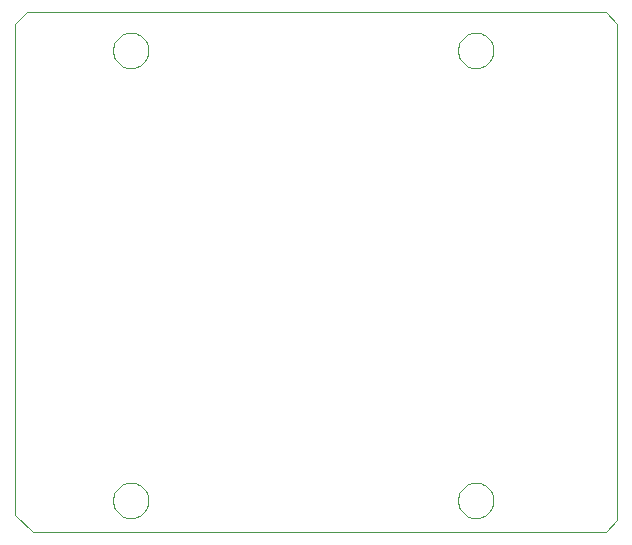
<source format=gm1>
G75*
G70*
%OFA0B0*%
%FSLAX24Y24*%
%IPPOS*%
%LPD*%
%AMOC8*
5,1,8,0,0,1.08239X$1,22.5*
%
%ADD10C,0.0000*%
D10*
X000894Y001250D02*
X001484Y000697D01*
X020579Y000697D01*
X020972Y001091D01*
X020972Y017626D01*
X020579Y018020D01*
X001287Y018020D01*
X000894Y017626D01*
X000894Y001250D01*
X004159Y001750D02*
X004161Y001798D01*
X004167Y001846D01*
X004177Y001893D01*
X004190Y001939D01*
X004208Y001984D01*
X004228Y002028D01*
X004253Y002070D01*
X004281Y002109D01*
X004311Y002146D01*
X004345Y002180D01*
X004382Y002212D01*
X004420Y002241D01*
X004461Y002266D01*
X004504Y002288D01*
X004549Y002306D01*
X004595Y002320D01*
X004642Y002331D01*
X004690Y002338D01*
X004738Y002341D01*
X004786Y002340D01*
X004834Y002335D01*
X004882Y002326D01*
X004928Y002314D01*
X004973Y002297D01*
X005017Y002277D01*
X005059Y002254D01*
X005099Y002227D01*
X005137Y002197D01*
X005172Y002164D01*
X005204Y002128D01*
X005234Y002090D01*
X005260Y002049D01*
X005282Y002006D01*
X005302Y001962D01*
X005317Y001917D01*
X005329Y001870D01*
X005337Y001822D01*
X005341Y001774D01*
X005341Y001726D01*
X005337Y001678D01*
X005329Y001630D01*
X005317Y001583D01*
X005302Y001538D01*
X005282Y001494D01*
X005260Y001451D01*
X005234Y001410D01*
X005204Y001372D01*
X005172Y001336D01*
X005137Y001303D01*
X005099Y001273D01*
X005059Y001246D01*
X005017Y001223D01*
X004973Y001203D01*
X004928Y001186D01*
X004882Y001174D01*
X004834Y001165D01*
X004786Y001160D01*
X004738Y001159D01*
X004690Y001162D01*
X004642Y001169D01*
X004595Y001180D01*
X004549Y001194D01*
X004504Y001212D01*
X004461Y001234D01*
X004420Y001259D01*
X004382Y001288D01*
X004345Y001320D01*
X004311Y001354D01*
X004281Y001391D01*
X004253Y001430D01*
X004228Y001472D01*
X004208Y001516D01*
X004190Y001561D01*
X004177Y001607D01*
X004167Y001654D01*
X004161Y001702D01*
X004159Y001750D01*
X015659Y001750D02*
X015661Y001798D01*
X015667Y001846D01*
X015677Y001893D01*
X015690Y001939D01*
X015708Y001984D01*
X015728Y002028D01*
X015753Y002070D01*
X015781Y002109D01*
X015811Y002146D01*
X015845Y002180D01*
X015882Y002212D01*
X015920Y002241D01*
X015961Y002266D01*
X016004Y002288D01*
X016049Y002306D01*
X016095Y002320D01*
X016142Y002331D01*
X016190Y002338D01*
X016238Y002341D01*
X016286Y002340D01*
X016334Y002335D01*
X016382Y002326D01*
X016428Y002314D01*
X016473Y002297D01*
X016517Y002277D01*
X016559Y002254D01*
X016599Y002227D01*
X016637Y002197D01*
X016672Y002164D01*
X016704Y002128D01*
X016734Y002090D01*
X016760Y002049D01*
X016782Y002006D01*
X016802Y001962D01*
X016817Y001917D01*
X016829Y001870D01*
X016837Y001822D01*
X016841Y001774D01*
X016841Y001726D01*
X016837Y001678D01*
X016829Y001630D01*
X016817Y001583D01*
X016802Y001538D01*
X016782Y001494D01*
X016760Y001451D01*
X016734Y001410D01*
X016704Y001372D01*
X016672Y001336D01*
X016637Y001303D01*
X016599Y001273D01*
X016559Y001246D01*
X016517Y001223D01*
X016473Y001203D01*
X016428Y001186D01*
X016382Y001174D01*
X016334Y001165D01*
X016286Y001160D01*
X016238Y001159D01*
X016190Y001162D01*
X016142Y001169D01*
X016095Y001180D01*
X016049Y001194D01*
X016004Y001212D01*
X015961Y001234D01*
X015920Y001259D01*
X015882Y001288D01*
X015845Y001320D01*
X015811Y001354D01*
X015781Y001391D01*
X015753Y001430D01*
X015728Y001472D01*
X015708Y001516D01*
X015690Y001561D01*
X015677Y001607D01*
X015667Y001654D01*
X015661Y001702D01*
X015659Y001750D01*
X015659Y016750D02*
X015661Y016798D01*
X015667Y016846D01*
X015677Y016893D01*
X015690Y016939D01*
X015708Y016984D01*
X015728Y017028D01*
X015753Y017070D01*
X015781Y017109D01*
X015811Y017146D01*
X015845Y017180D01*
X015882Y017212D01*
X015920Y017241D01*
X015961Y017266D01*
X016004Y017288D01*
X016049Y017306D01*
X016095Y017320D01*
X016142Y017331D01*
X016190Y017338D01*
X016238Y017341D01*
X016286Y017340D01*
X016334Y017335D01*
X016382Y017326D01*
X016428Y017314D01*
X016473Y017297D01*
X016517Y017277D01*
X016559Y017254D01*
X016599Y017227D01*
X016637Y017197D01*
X016672Y017164D01*
X016704Y017128D01*
X016734Y017090D01*
X016760Y017049D01*
X016782Y017006D01*
X016802Y016962D01*
X016817Y016917D01*
X016829Y016870D01*
X016837Y016822D01*
X016841Y016774D01*
X016841Y016726D01*
X016837Y016678D01*
X016829Y016630D01*
X016817Y016583D01*
X016802Y016538D01*
X016782Y016494D01*
X016760Y016451D01*
X016734Y016410D01*
X016704Y016372D01*
X016672Y016336D01*
X016637Y016303D01*
X016599Y016273D01*
X016559Y016246D01*
X016517Y016223D01*
X016473Y016203D01*
X016428Y016186D01*
X016382Y016174D01*
X016334Y016165D01*
X016286Y016160D01*
X016238Y016159D01*
X016190Y016162D01*
X016142Y016169D01*
X016095Y016180D01*
X016049Y016194D01*
X016004Y016212D01*
X015961Y016234D01*
X015920Y016259D01*
X015882Y016288D01*
X015845Y016320D01*
X015811Y016354D01*
X015781Y016391D01*
X015753Y016430D01*
X015728Y016472D01*
X015708Y016516D01*
X015690Y016561D01*
X015677Y016607D01*
X015667Y016654D01*
X015661Y016702D01*
X015659Y016750D01*
X004159Y016750D02*
X004161Y016798D01*
X004167Y016846D01*
X004177Y016893D01*
X004190Y016939D01*
X004208Y016984D01*
X004228Y017028D01*
X004253Y017070D01*
X004281Y017109D01*
X004311Y017146D01*
X004345Y017180D01*
X004382Y017212D01*
X004420Y017241D01*
X004461Y017266D01*
X004504Y017288D01*
X004549Y017306D01*
X004595Y017320D01*
X004642Y017331D01*
X004690Y017338D01*
X004738Y017341D01*
X004786Y017340D01*
X004834Y017335D01*
X004882Y017326D01*
X004928Y017314D01*
X004973Y017297D01*
X005017Y017277D01*
X005059Y017254D01*
X005099Y017227D01*
X005137Y017197D01*
X005172Y017164D01*
X005204Y017128D01*
X005234Y017090D01*
X005260Y017049D01*
X005282Y017006D01*
X005302Y016962D01*
X005317Y016917D01*
X005329Y016870D01*
X005337Y016822D01*
X005341Y016774D01*
X005341Y016726D01*
X005337Y016678D01*
X005329Y016630D01*
X005317Y016583D01*
X005302Y016538D01*
X005282Y016494D01*
X005260Y016451D01*
X005234Y016410D01*
X005204Y016372D01*
X005172Y016336D01*
X005137Y016303D01*
X005099Y016273D01*
X005059Y016246D01*
X005017Y016223D01*
X004973Y016203D01*
X004928Y016186D01*
X004882Y016174D01*
X004834Y016165D01*
X004786Y016160D01*
X004738Y016159D01*
X004690Y016162D01*
X004642Y016169D01*
X004595Y016180D01*
X004549Y016194D01*
X004504Y016212D01*
X004461Y016234D01*
X004420Y016259D01*
X004382Y016288D01*
X004345Y016320D01*
X004311Y016354D01*
X004281Y016391D01*
X004253Y016430D01*
X004228Y016472D01*
X004208Y016516D01*
X004190Y016561D01*
X004177Y016607D01*
X004167Y016654D01*
X004161Y016702D01*
X004159Y016750D01*
M02*

</source>
